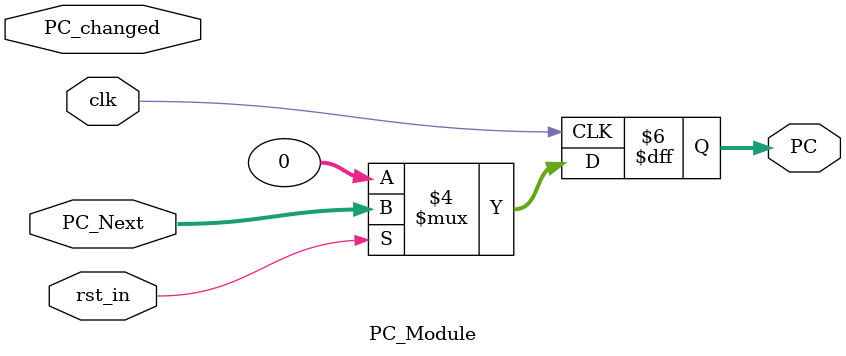
<source format=v>

module PC_Module(clk,rst_in,PC,PC_Next,PC_changed);
    input clk,rst_in;
    input [31:0]PC_Next;
    input [31:0] PC_changed;
    output [31:0]PC;
    reg [31:0]PC;

    always @(posedge clk)
    begin
        if(~rst_in)
            PC <= {32{1'b0}};
        // else if(PC_changed)
        //     PC <= PC_changed;
        else
            PC <= PC_Next;
    end
endmodule
</source>
